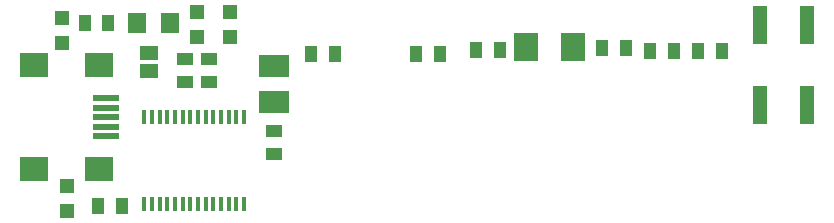
<source format=gbr>
G04 EAGLE Gerber RS-274X export*
G75*
%MOMM*%
%FSLAX34Y34*%
%LPD*%
%INSolderpaste Top*%
%IPPOS*%
%AMOC8*
5,1,8,0,0,1.08239X$1,22.5*%
G01*
%ADD10R,1.100000X1.400000*%
%ADD11R,1.200000X3.200000*%
%ADD12R,2.500000X1.950000*%
%ADD13R,1.200000X1.200000*%
%ADD14R,0.350000X1.200000*%
%ADD15R,1.400000X1.100000*%
%ADD16R,1.600000X1.800000*%
%ADD17R,2.400000X2.000000*%
%ADD18R,2.308000X0.500000*%
%ADD19R,2.000000X2.400000*%
%ADD20R,1.600200X1.168400*%


D10*
X611980Y158750D03*
X591980Y158750D03*
D11*
X644210Y113320D03*
X644210Y181320D03*
X684210Y181320D03*
X684210Y113320D03*
D12*
X232410Y115560D03*
X232410Y146060D03*
D10*
X264320Y156210D03*
X284320Y156210D03*
D13*
X57150Y44790D03*
X57150Y23790D03*
D10*
X83980Y27940D03*
X103980Y27940D03*
D13*
X53340Y166030D03*
X53340Y187030D03*
D10*
X92550Y182880D03*
X72550Y182880D03*
X551340Y158750D03*
X571340Y158750D03*
D14*
X122850Y29040D03*
X129350Y29040D03*
X135850Y29040D03*
X142350Y29040D03*
X148850Y29040D03*
X155350Y29040D03*
X161850Y29040D03*
X168350Y29040D03*
X174850Y29040D03*
X181350Y29040D03*
X187850Y29040D03*
X194350Y29040D03*
X200850Y29040D03*
X207350Y29040D03*
X207350Y103040D03*
X200850Y103040D03*
X194350Y103040D03*
X187850Y103040D03*
X181350Y103040D03*
X174850Y103040D03*
X168350Y103040D03*
X161850Y103040D03*
X155350Y103040D03*
X148850Y103040D03*
X142350Y103040D03*
X135850Y103040D03*
X129350Y103040D03*
X122850Y103040D03*
D15*
X232410Y91280D03*
X232410Y71280D03*
D10*
X373220Y156210D03*
X353220Y156210D03*
D16*
X116810Y182880D03*
X144810Y182880D03*
D17*
X84530Y146870D03*
D18*
X90170Y118870D03*
X90170Y110870D03*
X90170Y102870D03*
X90170Y94870D03*
X90170Y86870D03*
D17*
X29530Y146870D03*
X84530Y58870D03*
X29530Y58870D03*
D19*
X446090Y162560D03*
X486090Y162560D03*
D10*
X530700Y161290D03*
X510700Y161290D03*
X404020Y160020D03*
X424020Y160020D03*
D13*
X167640Y171110D03*
X167640Y192110D03*
D15*
X157480Y132240D03*
X157480Y152240D03*
D13*
X195580Y171110D03*
X195580Y192110D03*
D15*
X177800Y132240D03*
X177800Y152240D03*
D20*
X127000Y157480D03*
X127000Y142240D03*
M02*

</source>
